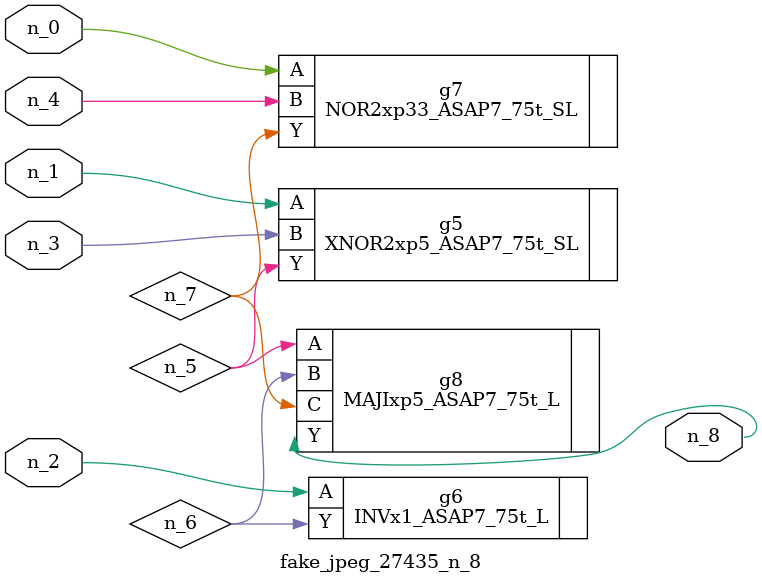
<source format=v>
module fake_jpeg_27435_n_8 (n_3, n_2, n_1, n_0, n_4, n_8);

input n_3;
input n_2;
input n_1;
input n_0;
input n_4;

output n_8;

wire n_6;
wire n_5;
wire n_7;

XNOR2xp5_ASAP7_75t_SL g5 ( 
.A(n_1),
.B(n_3),
.Y(n_5)
);

INVx1_ASAP7_75t_L g6 ( 
.A(n_2),
.Y(n_6)
);

NOR2xp33_ASAP7_75t_SL g7 ( 
.A(n_0),
.B(n_4),
.Y(n_7)
);

MAJIxp5_ASAP7_75t_L g8 ( 
.A(n_5),
.B(n_6),
.C(n_7),
.Y(n_8)
);


endmodule
</source>
